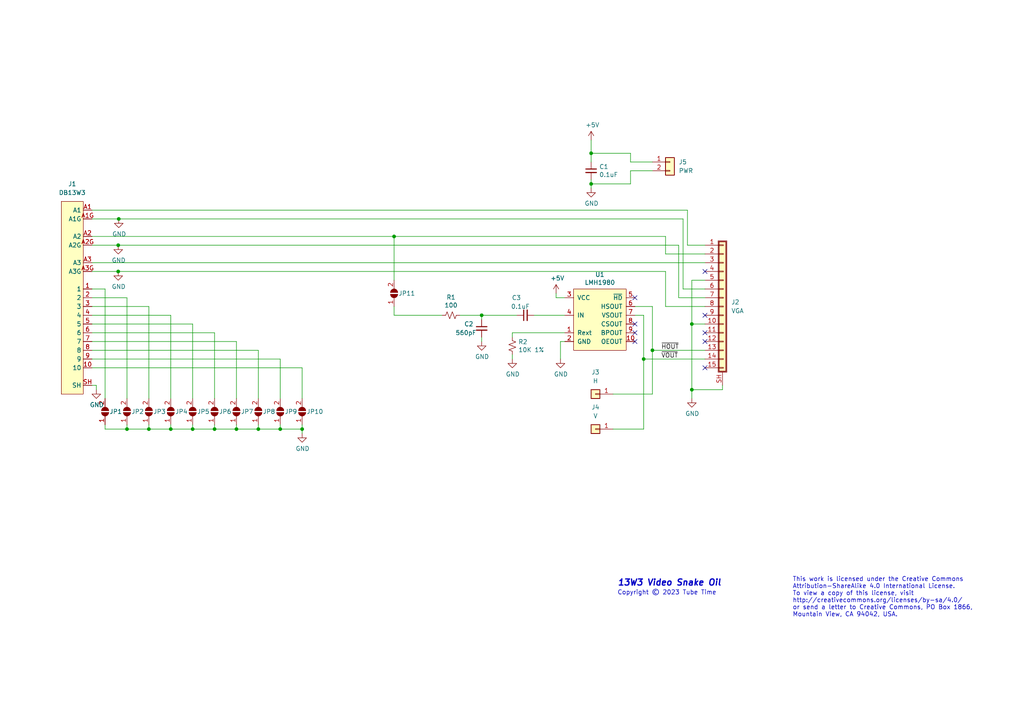
<source format=kicad_sch>
(kicad_sch (version 20211123) (generator eeschema)
  (paper "A4")
  (lib_symbols
    (symbol "Connector_Generic:Conn_01x01" (pin_names (offset 1.016) hide)
      (property "Reference" "J" (at 0 2.54 0))
      (property "Value" "Conn_01x01" (at 0 -2.54 0))
      (symbol "Conn_01x01_1_1"
        (rectangle (start -1.27 0.127) (end 0 -0.127) (stroke (width 0.1524)))
        (rectangle (start -1.27 1.27) (end 1.27 -1.27) (stroke (width 0.254)) (fill (type background)))
        (pin passive line (at -5.08 0 0) (length 3.81) (name "Pin_1") (number "1"))
      )
    )
    (symbol "Connector_Generic:Conn_01x02" (pin_names (offset 1.016) hide)
      (property "Reference" "J" (at 0 2.54 0))
      (property "Value" "Conn_01x02" (at 0 -5.08 0))
      (symbol "Conn_01x02_1_1"
        (rectangle (start -1.27 -2.413) (end 0 -2.667) (stroke (width 0.1524)))
        (rectangle (start -1.27 0.127) (end 0 -0.127) (stroke (width 0.1524)))
        (rectangle (start -1.27 1.27) (end 1.27 -3.81) (stroke (width 0.254)) (fill (type background)))
        (pin passive line (at -5.08 0 0) (length 3.81) (name "Pin_1") (number "1"))
        (pin passive line (at -5.08 -2.54 0) (length 3.81) (name "Pin_2") (number "2"))
      )
    )
    (symbol "Connector_Generic_Shielded:Conn_01x15_Shielded" (pin_names (offset 1.016) hide)
      (property "Reference" "J" (at 0.254 20.066 0))
      (property "Value" "Conn_01x15_Shielded" (at 1.016 -20.066 0))
      (symbol "Conn_01x15_Shielded_1_1"
        (rectangle (start -1.27 19.05) (end 1.27 -19.05) (stroke (width 0.1524)))
        (rectangle (start -1.016 -17.653) (end 0.254 -17.907) (stroke (width 0.1524)))
        (rectangle (start -1.016 -15.113) (end 0.254 -15.367) (stroke (width 0.1524)))
        (rectangle (start -1.016 -12.573) (end 0.254 -12.827) (stroke (width 0.1524)))
        (rectangle (start -1.016 -10.033) (end 0.254 -10.287) (stroke (width 0.1524)))
        (rectangle (start -1.016 -7.493) (end 0.254 -7.747) (stroke (width 0.1524)))
        (rectangle (start -1.016 -4.953) (end 0.254 -5.207) (stroke (width 0.1524)))
        (rectangle (start -1.016 -2.413) (end 0.254 -2.667) (stroke (width 0.1524)))
        (rectangle (start -1.016 0.127) (end 0.254 -0.127) (stroke (width 0.1524)))
        (rectangle (start -1.016 2.667) (end 0.254 2.413) (stroke (width 0.1524)))
        (rectangle (start -1.016 5.207) (end 0.254 4.953) (stroke (width 0.1524)))
        (rectangle (start -1.016 7.747) (end 0.254 7.493) (stroke (width 0.1524)))
        (rectangle (start -1.016 10.287) (end 0.254 10.033) (stroke (width 0.1524)))
        (rectangle (start -1.016 12.827) (end 0.254 12.573) (stroke (width 0.1524)))
        (rectangle (start -1.016 15.367) (end 0.254 15.113) (stroke (width 0.1524)))
        (rectangle (start -1.016 17.907) (end 0.254 17.653) (stroke (width 0.1524)))
        (rectangle (start -1.016 18.796) (end 1.016 -18.796) (stroke (width 0.254)) (fill (type background)))
        (pin passive line (at -5.08 17.78 0) (length 4.064) (name "Pin_1") (number "1"))
        (pin passive line (at -5.08 -5.08 0) (length 4.064) (name "Pin_10") (number "10"))
        (pin passive line (at -5.08 -7.62 0) (length 4.064) (name "Pin_11") (number "11"))
        (pin passive line (at -5.08 -10.16 0) (length 4.064) (name "Pin_12") (number "12"))
        (pin passive line (at -5.08 -12.7 0) (length 4.064) (name "Pin_13") (number "13"))
        (pin passive line (at -5.08 -15.24 0) (length 4.064) (name "Pin_14") (number "14"))
        (pin passive line (at -5.08 -17.78 0) (length 4.064) (name "Pin_15") (number "15"))
        (pin passive line (at -5.08 15.24 0) (length 4.064) (name "Pin_2") (number "2"))
        (pin passive line (at -5.08 12.7 0) (length 4.064) (name "Pin_3") (number "3"))
        (pin passive line (at -5.08 10.16 0) (length 4.064) (name "Pin_4") (number "4"))
        (pin passive line (at -5.08 7.62 0) (length 4.064) (name "Pin_5") (number "5"))
        (pin passive line (at -5.08 5.08 0) (length 4.064) (name "Pin_6") (number "6"))
        (pin passive line (at -5.08 2.54 0) (length 4.064) (name "Pin_7") (number "7"))
        (pin passive line (at -5.08 0 0) (length 4.064) (name "Pin_8") (number "8"))
        (pin passive line (at -5.08 -2.54 0) (length 4.064) (name "Pin_9") (number "9"))
        (pin passive line (at 0 -22.86 90) (length 3.81) (name "Shield") (number "SH"))
      )
    )
    (symbol "Device:C_Small" (pin_numbers hide) (pin_names (offset 0.254) hide)
      (property "Reference" "C" (at 0.254 1.778 0))
      (property "Value" "C_Small" (at 0.254 -2.032 0))
      (symbol "C_Small_0_1"
        (polyline (pts (xy -1.524 -0.508) (xy 1.524 -0.508)) (stroke (width 0.3302)))
        (polyline (pts (xy -1.524 0.508) (xy 1.524 0.508)) (stroke (width 0.3048)))
      )
      (symbol "C_Small_1_1"
        (pin passive line (at 0 2.54 270) (length 2.032) (name "~") (number "1"))
        (pin passive line (at 0 -2.54 90) (length 2.032) (name "~") (number "2"))
      )
    )
    (symbol "Device:R_Small_US" (pin_numbers hide) (pin_names (offset 0.254) hide)
      (property "Reference" "R" (at 0.762 0.508 0))
      (property "Value" "R_Small_US" (at 0.762 -1.016 0))
      (symbol "R_Small_US_1_1"
        (polyline (pts (xy 0 0) (xy 1.016 -0.381) (xy 0 -0.762) (xy -1.016 -1.143) (xy 0 -1.524)))
        (polyline (pts (xy 0 1.524) (xy 1.016 1.143) (xy 0 0.762) (xy -1.016 0.381) (xy 0 0)))
        (pin passive line (at 0 2.54 270) (length 1.016) (name "~") (number "1"))
        (pin passive line (at 0 -2.54 90) (length 1.016) (name "~") (number "2"))
      )
    )
    (symbol "Jumper:SolderJumper_2_Open" (pin_names (offset 0) hide)
      (property "Reference" "JP" (at 0 2.032 0))
      (property "Value" "SolderJumper_2_Open" (at 0 -2.54 0))
      (symbol "SolderJumper_2_Open_0_1"
        (arc (start -0.254 1.016) (mid -1.27 0) (end -0.254 -1.016))
        (arc (start -0.254 1.016) (mid -1.27 0) (end -0.254 -1.016) (fill (type outline)))
        (polyline (pts (xy -0.254 1.016) (xy -0.254 -1.016)))
        (polyline (pts (xy 0.254 1.016) (xy 0.254 -1.016)))
        (arc (start 0.254 -1.016) (mid 1.27 0) (end 0.254 1.016))
        (arc (start 0.254 -1.016) (mid 1.27 0) (end 0.254 1.016) (fill (type outline)))
      )
      (symbol "SolderJumper_2_Open_1_1"
        (pin passive line (at -3.81 0 0) (length 2.54) (name "A") (number "1"))
        (pin passive line (at 3.81 0 180) (length 2.54) (name "B") (number "2"))
      )
    )
    (symbol "connectors:DB13W3"
      (property "Reference" "J" (at 0 3.81 0))
      (property "Value" "DB13W3" (at 0 1.27 0))
      (symbol "DB13W3_0_1"
        (rectangle (start 0 0) (end 6.35 -55.88) (fill (type background)))
      )
      (symbol "DB13W3_1_1"
        (pin passive line (at -2.54 -25.4 0) (length 2.54) (name "1") (number "1"))
        (pin passive line (at -2.54 -48.26 0) (length 2.54) (name "10") (number "10"))
        (pin passive line (at -2.54 -27.94 0) (length 2.54) (name "2") (number "2"))
        (pin passive line (at -2.54 -30.48 0) (length 2.54) (name "3") (number "3"))
        (pin passive line (at -2.54 -33.02 0) (length 2.54) (name "4") (number "4"))
        (pin passive line (at -2.54 -35.56 0) (length 2.54) (name "5") (number "5"))
        (pin passive line (at -2.54 -38.1 0) (length 2.54) (name "6") (number "6"))
        (pin passive line (at -2.54 -40.64 0) (length 2.54) (name "7") (number "7"))
        (pin passive line (at -2.54 -43.18 0) (length 2.54) (name "8") (number "8"))
        (pin passive line (at -2.54 -45.72 0) (length 2.54) (name "9") (number "9"))
        (pin passive line (at -2.54 -2.54 0) (length 2.54) (name "A1") (number "A1"))
        (pin passive line (at -2.54 -5.08 0) (length 2.54) (name "A1G") (number "A1G"))
        (pin passive line (at -2.54 -10.16 0) (length 2.54) (name "A2") (number "A2"))
        (pin passive line (at -2.54 -12.7 0) (length 2.54) (name "A2G") (number "A2G"))
        (pin passive line (at -2.54 -17.78 0) (length 2.54) (name "A3") (number "A3"))
        (pin passive line (at -2.54 -20.32 0) (length 2.54) (name "A3G") (number "A3G"))
        (pin passive line (at -2.54 -53.34 0) (length 2.54) (name "SH") (number "SH"))
      )
    )
    (symbol "logic:LMH1980" (pin_names (offset 1.016))
      (property "Reference" "U" (at -5.08 12.7 0))
      (property "Value" "LMH1980" (at -2.54 10.16 0))
      (symbol "LMH1980_0_1"
        (rectangle (start -7.62 7.62) (end 7.62 -10.16) (fill (type background)))
      )
      (symbol "LMH1980_1_1"
        (pin passive line (at -10.16 -5.08 0) (length 2.54) (name "Rext") (number "1"))
        (pin output line (at 10.16 -7.62 180) (length 2.54) (name "OEOUT") (number "10"))
        (pin power_in line (at -10.16 -7.62 0) (length 2.54) (name "GND") (number "2"))
        (pin power_in line (at -10.16 5.08 0) (length 2.54) (name "VCC") (number "3"))
        (pin passive line (at -10.16 0 0) (length 2.54) (name "IN") (number "4"))
        (pin output line (at 10.16 5.08 180) (length 2.54) (name "~{HD}") (number "5"))
        (pin output line (at 10.16 2.54 180) (length 2.54) (name "HSOUT") (number "6"))
        (pin output line (at 10.16 0 180) (length 2.54) (name "VSOUT") (number "7"))
        (pin output line (at 10.16 -2.54 180) (length 2.54) (name "CSOUT") (number "8"))
        (pin output line (at 10.16 -5.08 180) (length 2.54) (name "BPOUT") (number "9"))
      )
    )
    (symbol "power:+5V" (power) (pin_names (offset 0))
      (property "Value" "+5V" (at 0 3.556 0))
      (symbol "+5V_0_1"
        (polyline (pts (xy -0.762 1.27) (xy 0 2.54)))
        (polyline (pts (xy 0 0) (xy 0 2.54)))
        (polyline (pts (xy 0 2.54) (xy 0.762 1.27)))
      )
      (symbol "+5V_1_1"
        (pin power_in line (at 0 0 90) (length 0) hide (name "+5V") (number "1"))
      )
    )
    (symbol "power:GND" (power) (pin_names (offset 0))
      (property "Value" "GND" (at 0 -3.81 0))
      (symbol "GND_0_1"
        (polyline (pts (xy 0 0) (xy 0 -1.27) (xy 1.27 -1.27) (xy 0 -2.54) (xy -1.27 -1.27) (xy 0 -1.27)))
      )
      (symbol "GND_1_1"
        (pin power_in line (at 0 0 270) (length 0) hide (name "GND") (number "1"))
      )
    )
  )
  (junction (at 34.29 71.12))
  (junction (at 34.4453 63.5))
  (junction (at 189.23 101.6))
  (junction (at 36.83 124.46))
  (junction (at 55.88 124.46))
  (junction (at 34.29 78.74))
  (junction (at 87.63 124.46))
  (junction (at 49.53 124.46))
  (junction (at 139.7 91.44))
  (junction (at 81.28 124.46))
  (junction (at 171.45 53.34))
  (junction (at 186.69 104.14))
  (junction (at 200.66 93.98))
  (junction (at 114.3 68.58))
  (junction (at 171.45 44.45))
  (junction (at 43.18 124.46))
  (junction (at 200.66 113.03))
  (junction (at 62.23 124.46))
  (junction (at 68.58 124.46))
  (junction (at 74.93 124.46))
  (no_connect (at 204.47 91.44))
  (no_connect (at 184.15 96.52))
  (no_connect (at 204.47 78.74))
  (no_connect (at 184.15 93.98))
  (no_connect (at 184.15 99.06))
  (no_connect (at 204.47 96.52))
  (no_connect (at 204.47 106.68))
  (no_connect (at 204.47 99.06))
  (no_connect (at 184.15 86.36))
  (wire (pts (xy 139.7 97.79) (xy 139.7 99.06)))
  (wire (pts (xy 182.88 44.45) (xy 171.45 44.45)))
  (wire (pts (xy 55.88 93.98) (xy 55.88 115.57)))
  (wire (pts (xy 133.35 91.44) (xy 139.7 91.44)))
  (wire (pts (xy 26.67 93.98) (xy 55.88 93.98)))
  (wire (pts (xy 26.67 96.52) (xy 62.23 96.52)))
  (wire (pts (xy 26.67 71.12) (xy 34.29 71.12)))
  (wire (pts (xy 186.69 104.14) (xy 186.69 91.44)))
  (wire (pts (xy 81.28 123.19) (xy 81.28 124.46)))
  (wire (pts (xy 163.83 96.52) (xy 148.59 96.52)))
  (wire (pts (xy 34.29 78.74) (xy 26.67 78.74)))
  (wire (pts (xy 171.45 53.34) (xy 182.88 53.34)))
  (wire (pts (xy 204.47 86.36) (xy 196.85 86.36)))
  (wire (pts (xy 36.83 86.36) (xy 36.83 115.57)))
  (wire (pts (xy 148.59 102.87) (xy 148.59 104.14)))
  (wire (pts (xy 177.8 114.3) (xy 189.23 114.3)))
  (wire (pts (xy 36.83 123.19) (xy 36.83 124.46)))
  (wire (pts (xy 193.04 73.66) (xy 204.47 73.66)))
  (wire (pts (xy 26.67 68.58) (xy 114.3 68.58)))
  (wire (pts (xy 199.39 71.12) (xy 199.39 60.96)))
  (wire (pts (xy 26.67 86.36) (xy 36.83 86.36)))
  (wire (pts (xy 87.63 106.68) (xy 87.63 115.57)))
  (wire (pts (xy 189.23 101.6) (xy 189.23 88.9)))
  (wire (pts (xy 68.58 124.46) (xy 74.93 124.46)))
  (wire (pts (xy 204.47 101.6) (xy 189.23 101.6)))
  (wire (pts (xy 26.67 83.82) (xy 30.48 83.82)))
  (wire (pts (xy 200.66 113.03) (xy 209.55 113.03)))
  (wire (pts (xy 200.66 93.98) (xy 204.47 93.98)))
  (wire (pts (xy 114.3 68.58) (xy 193.04 68.58)))
  (wire (pts (xy 26.67 106.68) (xy 87.63 106.68)))
  (wire (pts (xy 62.23 96.52) (xy 62.23 115.57)))
  (wire (pts (xy 43.18 124.46) (xy 49.53 124.46)))
  (wire (pts (xy 55.88 123.19) (xy 55.88 124.46)))
  (wire (pts (xy 30.48 124.46) (xy 36.83 124.46)))
  (wire (pts (xy 34.4453 63.5) (xy 26.67 63.5)))
  (wire (pts (xy 171.45 52.07) (xy 171.45 53.34)))
  (wire (pts (xy 154.94 91.44) (xy 163.83 91.44)))
  (wire (pts (xy 186.69 124.46) (xy 186.69 104.14)))
  (wire (pts (xy 68.58 123.19) (xy 68.58 124.46)))
  (wire (pts (xy 189.23 88.9) (xy 184.15 88.9)))
  (wire (pts (xy 26.67 76.2) (xy 204.47 76.2)))
  (wire (pts (xy 34.29 71.12) (xy 196.85 71.12)))
  (wire (pts (xy 49.53 91.44) (xy 49.53 115.57)))
  (wire (pts (xy 189.23 114.3) (xy 189.23 101.6)))
  (wire (pts (xy 114.3 88.9) (xy 114.3 91.44)))
  (wire (pts (xy 193.04 88.9) (xy 193.04 78.74)))
  (wire (pts (xy 68.58 99.06) (xy 68.58 115.57)))
  (wire (pts (xy 87.63 124.46) (xy 87.63 125.73)))
  (wire (pts (xy 36.83 124.46) (xy 43.18 124.46)))
  (wire (pts (xy 196.85 86.36) (xy 196.85 71.12)))
  (wire (pts (xy 204.47 88.9) (xy 193.04 88.9)))
  (wire (pts (xy 193.04 68.58) (xy 193.04 73.66)))
  (wire (pts (xy 193.04 78.74) (xy 34.29 78.74)))
  (wire (pts (xy 62.23 124.46) (xy 68.58 124.46)))
  (wire (pts (xy 114.3 68.58) (xy 114.3 81.28)))
  (wire (pts (xy 148.59 96.52) (xy 148.59 97.79)))
  (wire (pts (xy 200.66 113.03) (xy 200.66 93.98)))
  (wire (pts (xy 161.29 86.36) (xy 163.83 86.36)))
  (wire (pts (xy 171.45 40.64) (xy 171.45 44.45)))
  (wire (pts (xy 171.45 44.45) (xy 171.45 46.99)))
  (wire (pts (xy 209.55 111.76) (xy 209.55 113.03)))
  (wire (pts (xy 74.93 124.46) (xy 81.28 124.46)))
  (wire (pts (xy 182.88 49.53) (xy 182.88 53.34)))
  (wire (pts (xy 26.67 104.14) (xy 81.28 104.14)))
  (wire (pts (xy 200.66 81.28) (xy 204.47 81.28)))
  (wire (pts (xy 199.39 60.96) (xy 26.67 60.96)))
  (wire (pts (xy 171.45 53.34) (xy 171.45 54.61)))
  (wire (pts (xy 139.7 91.44) (xy 149.86 91.44)))
  (wire (pts (xy 182.88 46.99) (xy 182.88 44.45)))
  (wire (pts (xy 200.66 93.98) (xy 200.66 81.28)))
  (wire (pts (xy 204.47 71.12) (xy 199.39 71.12)))
  (wire (pts (xy 189.23 49.53) (xy 182.88 49.53)))
  (wire (pts (xy 186.69 104.14) (xy 204.47 104.14)))
  (wire (pts (xy 49.53 124.46) (xy 55.88 124.46)))
  (wire (pts (xy 162.56 99.06) (xy 162.56 104.14)))
  (wire (pts (xy 200.66 115.57) (xy 200.66 113.03)))
  (wire (pts (xy 30.48 123.19) (xy 30.48 124.46)))
  (wire (pts (xy 139.7 92.71) (xy 139.7 91.44)))
  (wire (pts (xy 74.93 123.19) (xy 74.93 124.46)))
  (wire (pts (xy 55.88 124.46) (xy 62.23 124.46)))
  (wire (pts (xy 26.67 111.76) (xy 27.94 111.76)))
  (wire (pts (xy 26.67 91.44) (xy 49.53 91.44)))
  (wire (pts (xy 198.12 63.5) (xy 34.4453 63.5)))
  (wire (pts (xy 43.18 123.19) (xy 43.18 124.46)))
  (wire (pts (xy 161.29 85.09) (xy 161.29 86.36)))
  (wire (pts (xy 26.67 88.9) (xy 43.18 88.9)))
  (wire (pts (xy 30.48 83.82) (xy 30.48 115.57)))
  (wire (pts (xy 186.69 91.44) (xy 184.15 91.44)))
  (wire (pts (xy 114.3 91.44) (xy 128.27 91.44)))
  (wire (pts (xy 163.83 99.06) (xy 162.56 99.06)))
  (wire (pts (xy 43.18 88.9) (xy 43.18 115.57)))
  (wire (pts (xy 27.94 113.03) (xy 27.94 111.76)))
  (wire (pts (xy 204.47 83.82) (xy 198.12 83.82)))
  (wire (pts (xy 62.23 123.19) (xy 62.23 124.46)))
  (wire (pts (xy 26.67 101.6) (xy 74.93 101.6)))
  (wire (pts (xy 74.93 101.6) (xy 74.93 115.57)))
  (wire (pts (xy 49.53 123.19) (xy 49.53 124.46)))
  (wire (pts (xy 177.8 124.46) (xy 186.69 124.46)))
  (wire (pts (xy 81.28 124.46) (xy 87.63 124.46)))
  (wire (pts (xy 198.12 83.82) (xy 198.12 63.5)))
  (wire (pts (xy 87.63 123.19) (xy 87.63 124.46)))
  (wire (pts (xy 189.23 46.99) (xy 182.88 46.99)))
  (wire (pts (xy 26.67 99.06) (xy 68.58 99.06)))
  (wire (pts (xy 81.28 104.14) (xy 81.28 115.57)))
  (text "This work is licensed under the Creative Commons\nAttribution-ShareAlike 4.0 International License.\nTo view a copy of this license, visit\nhttp://creativecommons.org/licenses/by-sa/4.0/\nor send a letter to Creative Commons, PO Box 1866,\nMountain View, CA 94042, USA." (at 229.87 179.07 0) (effects (font (size 1.27 1.27)) (justify left bottom)))
  (text "Copyright © 2023 Tube Time" (at 179.07 172.72 0) (effects (font (size 1.27 1.27)) (justify left bottom)))
  (text "13W3 Video Snake Oil" (at 179.07 170.18 0) (effects (font (size 1.778 1.778) (thickness 0.3556) bold italic) (justify left bottom)))
  (label "~{HOUT}" (at 191.77 101.6 0))
  (label "~{VOUT}" (at 191.77 104.14 0))
  (symbol (lib_id "power:+5V") (at 171.45 40.64 0) (unit 1)
    (property "Reference" "#PWR06" (effects hide))
    (property "Value" "+5V" (at 171.831 36.2458 0))
  )
  (symbol (lib_id "Jumper:SolderJumper_2_Open") (at 43.18 119.38 90) (unit 1)
    (property "Reference" "JP3" (at 44.45 119.38 90) (effects (justify right)))
    (property "Value" "SolderJumper_2_Open" (effects hide))
    (property "Footprint" "Passive:RESC2012X55" (effects hide))
  )
  (symbol (lib_id "Jumper:SolderJumper_2_Open") (at 30.48 119.38 90) (unit 1)
    (property "Reference" "JP1" (at 31.75 119.38 90) (effects (justify right)))
    (property "Value" "SolderJumper_2_Open" (effects hide))
    (property "Footprint" "Passive:RESC2012X55" (effects hide))
  )
  (symbol (lib_id "power:GND") (at 139.7 99.06 0) (unit 1)
    (property "Reference" "#PWR02" (effects hide))
    (property "Value" "GND" (at 139.827 103.4542 0))
  )
  (symbol (lib_id "Device:C_Small") (at 152.4 91.44 90) (unit 1)
    (property "Reference" "C3" (at 151.13 86.36 90) (effects (justify left)))
    (property "Value" "0.1uF" (at 153.67 88.9 90) (effects (justify left)))
    (property "Footprint" "Passive:CAPC2012X55" (effects hide))
  )
  (symbol (lib_id "Connector_Generic_Shielded:Conn_01x15_Shielded") (at 209.55 88.9 0) (unit 1)
    (property "Reference" "J2" (at 212.09 87.6299 0) (effects (justify left)))
    (property "Value" "VGA" (at 212.09 90.1699 0) (effects (justify left)))
    (property "Footprint" "Conn:DB15HDFC" (effects hide))
    (property "Mouser" "636-181-015-213R561" (effects hide))
  )
  (symbol (lib_id "Jumper:SolderJumper_2_Open") (at 87.63 119.38 90) (unit 1)
    (property "Reference" "JP10" (at 88.9 119.38 90) (effects (justify right)))
    (property "Value" "SolderJumper_2_Open" (effects hide))
    (property "Footprint" "Passive:RESC2012X55" (effects hide))
  )
  (symbol (lib_id "Jumper:SolderJumper_2_Open") (at 81.28 119.38 90) (unit 1)
    (property "Reference" "JP9" (at 82.55 119.38 90) (effects (justify right)))
    (property "Value" "SolderJumper_2_Open" (effects hide))
    (property "Footprint" "Passive:RESC2012X55" (effects hide))
  )
  (symbol (lib_id "Device:C_Small") (at 139.7 95.25 0) (unit 1)
    (property "Reference" "C2" (at 134.62 93.98 0) (effects (justify left)))
    (property "Value" "560pF" (at 132.08 96.52 0) (effects (justify left)))
    (property "Footprint" "Passive:CAPC2012X55" (effects hide))
  )
  (symbol (lib_id "power:GND") (at 34.29 78.74 0) (unit 1)
    (property "Reference" "#PWR0101" (effects hide))
    (property "Value" "GND" (at 34.417 83.1342 0))
  )
  (symbol (lib_id "Jumper:SolderJumper_2_Open") (at 36.83 119.38 90) (unit 1)
    (property "Reference" "JP2" (at 38.1 119.38 90) (effects (justify right)))
    (property "Value" "SolderJumper_2_Open" (effects hide))
    (property "Footprint" "Passive:RESC2012X55" (effects hide))
  )
  (symbol (lib_id "power:GND") (at 87.63 125.73 0) (unit 1)
    (property "Reference" "#PWR01" (effects hide))
    (property "Value" "GND" (at 87.757 130.1242 0))
  )
  (symbol (lib_id "power:GND") (at 27.94 113.03 0) (unit 1)
    (property "Reference" "#PWR0104" (effects hide))
    (property "Value" "GND" (at 28.067 117.4242 0))
  )
  (symbol (lib_id "Jumper:SolderJumper_2_Open") (at 114.3 85.09 90) (unit 1)
    (property "Reference" "JP11" (at 115.57 85.09 90) (effects (justify right)))
    (property "Value" "SolderJumper_2_Open" (effects hide))
    (property "Footprint" "Passive:RESC2012X55" (effects hide))
  )
  (symbol (lib_id "Connector_Generic:Conn_01x01") (at 172.72 114.3 180) (unit 1)
    (property "Reference" "J3" (at 172.72 107.95 0))
    (property "Value" "H" (at 172.72 110.49 0))
    (property "Footprint" "TestPoint:TestPoint_Pad_1.0x1.0mm" (effects hide))
  )
  (symbol (lib_id "logic:LMH1980") (at 173.99 91.44 0) (unit 1)
    (property "Reference" "U1" (at 173.99 79.629 0))
    (property "Value" "LMH1980" (at 173.99 81.9404 0))
    (property "Footprint" "Active:SSOP50P500X110-10" (effects hide))
  )
  (symbol (lib_id "power:GND") (at 34.4453 63.5 0) (unit 1)
    (property "Reference" "#PWR0103" (effects hide))
    (property "Value" "GND" (at 34.5723 67.8942 0))
  )
  (symbol (lib_id "Device:R_Small_US") (at 130.81 91.44 270) (unit 1)
    (property "Reference" "R1" (at 130.81 86.233 90))
    (property "Value" "100" (at 130.81 88.5444 90))
    (property "Footprint" "Passive:RESC2012X55" (effects hide))
  )
  (symbol (lib_id "power:GND") (at 148.59 104.14 0) (unit 1)
    (property "Reference" "#PWR03" (effects hide))
    (property "Value" "GND" (at 148.717 108.5342 0))
  )
  (symbol (lib_id "Device:C_Small") (at 171.45 49.53 0) (unit 1)
    (property "Reference" "C1" (at 173.7868 48.3616 0) (effects (justify left)))
    (property "Value" "0.1uF" (at 173.7868 50.673 0) (effects (justify left)))
    (property "Footprint" "Passive:CAPC2012X55" (effects hide))
  )
  (symbol (lib_id "Connector_Generic:Conn_01x02") (at 194.31 46.99 0) (unit 1)
    (property "Reference" "J5" (at 196.85 46.9899 0) (effects (justify left)))
    (property "Value" "PWR" (at 196.85 49.5299 0) (effects (justify left)))
    (property "Footprint" "Connector_PinHeader_2.54mm:PinHeader_1x02_P2.54mm_Vertical" (effects hide))
  )
  (symbol (lib_id "power:+5V") (at 161.29 85.09 0) (unit 1)
    (property "Reference" "#PWR04" (effects hide))
    (property "Value" "+5V" (at 161.671 80.6958 0))
  )
  (symbol (lib_id "power:GND") (at 34.29 71.12 0) (unit 1)
    (property "Reference" "#PWR0102" (effects hide))
    (property "Value" "GND" (at 34.417 75.5142 0))
  )
  (symbol (lib_id "Jumper:SolderJumper_2_Open") (at 68.58 119.38 90) (unit 1)
    (property "Reference" "JP7" (at 69.85 119.38 90) (effects (justify right)))
    (property "Value" "SolderJumper_2_Open" (effects hide))
    (property "Footprint" "Passive:RESC2012X55" (effects hide))
  )
  (symbol (lib_id "Device:R_Small_US") (at 148.59 100.33 180) (unit 1)
    (property "Reference" "R2" (at 150.3172 99.1616 0) (effects (justify right)))
    (property "Value" "10K 1%" (at 150.3172 101.473 0) (effects (justify right)))
    (property "Footprint" "Passive:RESC2012X55" (effects hide))
  )
  (symbol (lib_id "power:GND") (at 162.56 104.14 0) (unit 1)
    (property "Reference" "#PWR05" (effects hide))
    (property "Value" "GND" (at 162.687 108.5342 0))
  )
  (symbol (lib_id "Jumper:SolderJumper_2_Open") (at 49.53 119.38 90) (unit 1)
    (property "Reference" "JP4" (at 50.8 119.38 90) (effects (justify right)))
    (property "Value" "SolderJumper_2_Open" (effects hide))
    (property "Footprint" "Passive:RESC2012X55" (effects hide))
  )
  (symbol (lib_id "power:GND") (at 171.45 54.61 0) (unit 1)
    (property "Reference" "#PWR07" (effects hide))
    (property "Value" "GND" (at 171.577 59.0042 0))
  )
  (symbol (lib_id "power:GND") (at 200.66 115.57 0) (unit 1)
    (property "Reference" "#PWR08" (effects hide))
    (property "Value" "GND" (at 200.787 119.9642 0))
  )
  (symbol (lib_id "Jumper:SolderJumper_2_Open") (at 55.88 119.38 90) (unit 1)
    (property "Reference" "JP5" (at 57.15 119.38 90) (effects (justify right)))
    (property "Value" "SolderJumper_2_Open" (effects hide))
    (property "Footprint" "Passive:RESC2012X55" (effects hide))
  )
  (symbol (lib_id "Jumper:SolderJumper_2_Open") (at 74.93 119.38 90) (unit 1)
    (property "Reference" "JP8" (at 76.2 119.38 90) (effects (justify right)))
    (property "Value" "SolderJumper_2_Open" (effects hide))
    (property "Footprint" "Passive:RESC2012X55" (effects hide))
  )
  (symbol (lib_id "connectors:DB13W3") (at 24.13 58.42 0) (mirror y) (unit 1)
    (property "Reference" "J1" (at 20.955 53.34 0))
    (property "Value" "DB13W3" (at 20.955 55.88 0))
    (property "Footprint" "Conn:DSUB-13W3" (effects hide))
    (property "Mouser" "636-685M13W3103L461" (effects hide))
  )
  (symbol (lib_id "Connector_Generic:Conn_01x01") (at 172.72 124.46 180) (unit 1)
    (property "Reference" "J4" (at 172.72 118.11 0))
    (property "Value" "V" (at 172.72 120.65 0))
    (property "Footprint" "TestPoint:TestPoint_Pad_1.0x1.0mm" (effects hide))
  )
  (symbol (lib_id "Jumper:SolderJumper_2_Open") (at 62.23 119.38 90) (unit 1)
    (property "Reference" "JP6" (at 63.5 119.38 90) (effects (justify right)))
    (property "Value" "SolderJumper_2_Open" (effects hide))
    (property "Footprint" "Passive:RESC2012X55" (effects hide))
  )
)
</source>
